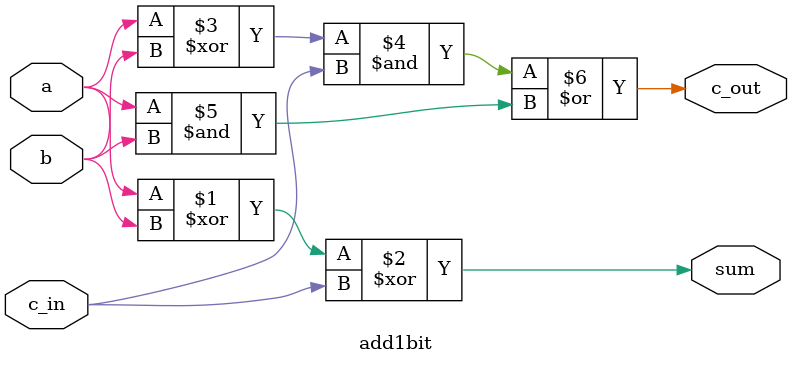
<source format=v>
module add1bit (input  a, b, c_in,
                output sum, c_out);

   assign sum = a ^ b ^ c_in;
   assign c_out = ((a ^ b) & c_in) | (a & b);
endmodule // add1bit

</source>
